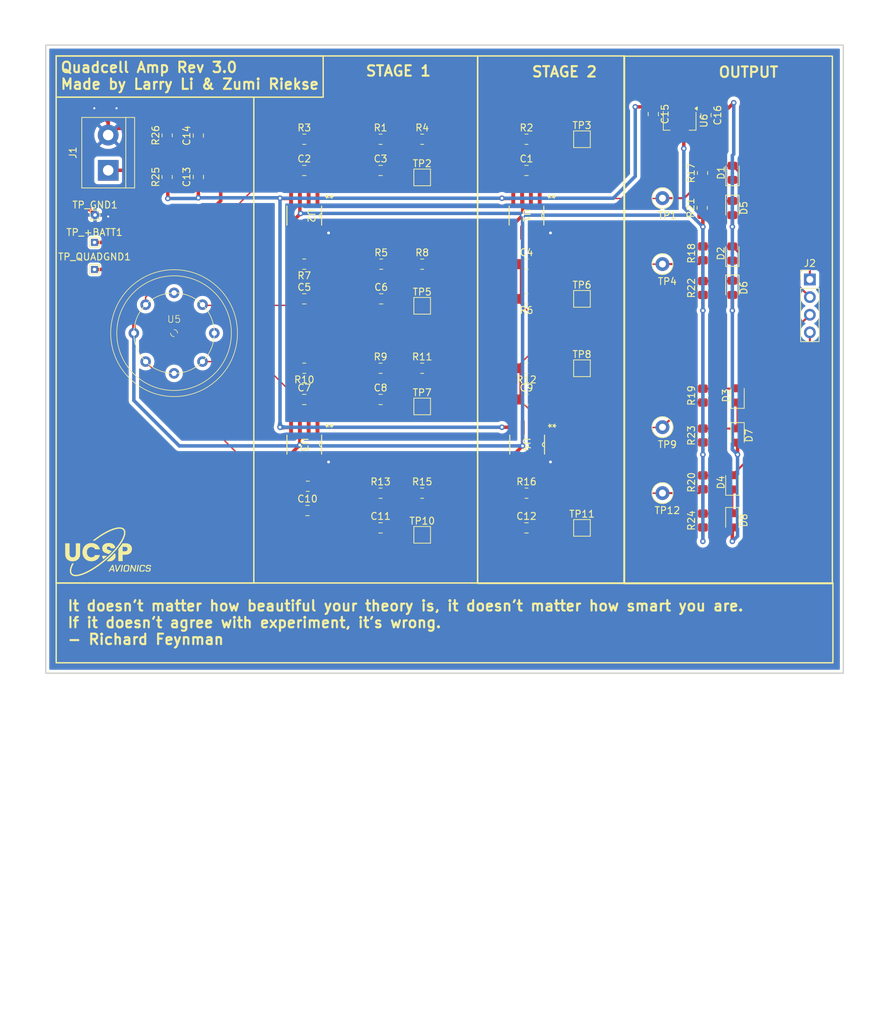
<source format=kicad_pcb>
(kicad_pcb (version 20240108) (generator "pcbnew") (generator_version "8.0")
  (layers (0 "F.Cu" signal) (31 "B.Cu" signal) (34 "B.Paste" user) (35 "F.Paste" user) (36 "B.SilkS" user "B.Silkscreen") (37 "F.SilkS" user "F.Silkscreen") (38 "B.Mask" user) (39 "F.Mask" user) (44 "Edge.Cuts" user))
  (net 0 "")
  (net 1 "/IN1")
  (net 2 "Net-(C3-Pad2)")
  (net 3 "/IN2")
  (net 4 "/IN3")
  (net 5 "Net-(U2-OUTA)")
  (net 6 "/IN4")
  (net 7 "/STAGE1_OUT1")
  (net 8 "/STAGE2_OUT1")
  (net 9 "/STAGE2_OUT2")
  (net 10 "/STAGE1_OUT2")
  (net 11 "/STAGE1_OUT3")
  (net 12 "/STAGE2_OUT3")
  (net 13 "/STAGE2_OUT4")
  (net 14 "/STAGE1_OUT4")
  (net 15 "Net-(U3-OUTA)")
  (net 16 "Net-(C6-Pad2)")
  (net 17 "Net-(C8-Pad2)")
  (net 18 "VCC")
  (net 19 "GND")
  (net 20 "QUAD_GND")
  (net 21 "/FOUT4")
  (net 22 "Net-(D1-K)")
  (net 23 "Net-(D2-K)")
  (net 24 "Net-(U2-OUTB)")
  (net 25 "/FOUT2")
  (net 26 "/FOUT3")
  (net 27 "Net-(D3-K)")
  (net 28 "Net-(D4-K)")
  (net 29 "/FOUT1")
  (net 30 "Net-(U3-OUTB)")
  (net 31 "Net-(C11-Pad2)")
  (net 35 "+3V3")
  (footprint "Resistor_SMD:R_0805_2012Metric_Pad1.20x1.40mm_HandSolder" (layer "F.Cu") (at 178.7 57.925 90)
    (property "Reference" "R17")
    (property "Value" "1 kΩ")
  )
  (footprint "TestPoint:TestPoint_Pad_2.0x2.0mm" (layer "F.Cu") (at 161.315 53.0625)
    (property "Reference" "TP3")
    (property "Value" "TestPoint")
  )
  (footprint "Diode_SMD:D_0805_2012Metric_Pad1.15x1.40mm_HandSolder" (layer "F.Cu") (at 183 102.5 90)
    (property "Reference" "D4")
    (property "Value" "~")
  )
  (footprint "Resistor_SMD:R_0805_2012Metric_Pad1.20x1.40mm_HandSolder" (layer "F.Cu") (at 132.275 86.0625)
    (property "Reference" "R9")
    (property "Value" "68.1 kΩ")
  )
  (footprint "TestPoint:TestPoint_Pad_2.0x2.0mm" (layer "F.Cu") (at 138.275 77.0625)
    (property "Reference" "TP5")
    (property "Value" "TestPoint")
  )
  (footprint "Capacitor_SMD:C_0805_2012Metric_Pad1.18x1.45mm_HandSolder" (layer "F.Cu") (at 153.315 57.5625)
    (property "Reference" "C1")
    (property "Value" "3 pf")
  )
  (footprint "Diode_SMD:D_0805_2012Metric_Pad1.15x1.40mm_HandSolder" (layer "F.Cu") (at 183 107.975 -90)
    (property "Reference" "D8")
    (property "Value" "~")
  )
  (footprint "Capacitor_SMD:C_0805_2012Metric_Pad1.18x1.45mm_HandSolder" (layer "F.Cu") (at 121.275 57.5625)
    (property "Reference" "C2")
    (property "Value" "5 pf")
  )
  (footprint "Capacitor_SMD:C_0805_2012Metric_Pad1.18x1.45mm_HandSolder" (layer "F.Cu") (at 153.315 71.0625)
    (property "Reference" "C4")
    (property "Value" "3 pf")
  )
  (footprint "OSI:InGaAS-Q1000" (layer "F.Cu") (at 102.5 81)
    (property "Reference" "U5")
    (property "Value" "~")
  )
  (footprint "TestPoint:TestPoint_Loop_D2.50mm_Drill1.0mm" (layer "F.Cu") (at 172.925 104.05)
    (property "Reference" "TP12")
    (property "Value" "OUTPUT")
  )
  (footprint "Resistor_SMD:R_0805_2012Metric_Pad1.20x1.40mm_HandSolder" (layer "F.Cu") (at 121.275 71.0625 180)
    (property "Reference" "R7")
    (property "Value" "100 MΩ")
  )
  (footprint "Capacitor_SMD:C_0805_2012Metric_Pad1.18x1.45mm_HandSolder" (layer "F.Cu") (at 106 52.5375 90)
    (property "Reference" "C14")
    (property "Value" "220µF")
  )
  (footprint "Diode_SMD:D_0805_2012Metric_Pad1.15x1.40mm_HandSolder" (layer "F.Cu") (at 183.75 95.75 -90)
    (property "Reference" "D7")
    (property "Value" "~")
  )
  (footprint "Resistor_SMD:R_0805_2012Metric_Pad1.20x1.40mm_HandSolder" (layer "F.Cu") (at 153.315 53.0625)
    (property "Reference" "R2")
    (property "Value" "15 MΩ")
  )
  (footprint "Resistor_SMD:R_0805_2012Metric_Pad1.20x1.40mm_HandSolder" (layer "F.Cu") (at 153.315 76.0625 180)
    (property "Reference" "R6")
    (property "Value" "15 MΩ")
  )
  (footprint "OPA1642:D8" (layer "F.Cu") (at 121.275 97.0625 -90)
    (property "Reference" "U3")
    (property "Value" "OPA1642AID")
  )
  (footprint "Resistor_SMD:R_0805_2012Metric_Pad1.20x1.40mm_HandSolder" (layer "F.Cu") (at 138.275 86.0625)
    (property "Reference" "R11")
    (property "Value" "38.1 kΩ")
  )
  (footprint "TestPoint:TestPoint_Loop_D2.50mm_Drill1.0mm" (layer "F.Cu") (at 172.925 94.55)
    (property "Reference" "TP9")
    (property "Value" "OUTPUT")
  )
  (footprint "Resistor_SMD:R_0805_2012Metric_Pad1.20x1.40mm_HandSolder" (layer "F.Cu") (at 153.315 86.0625 180)
    (property "Reference" "R12")
    (property "Value" "15 MΩ")
  )
  (footprint "Capacitor_SMD:C_0805_2012Metric_Pad1.18x1.45mm_HandSolder" (layer "F.Cu") (at 132.275 57.5625)
    (property "Reference" "C3")
    (property "Value" "330 pf")
  )
  (footprint "TerminalBlock:TerminalBlock_bornier-2_P5.08mm" (layer "F.Cu") (at 93 57.54 90)
    (property "Reference" "J1")
    (property "Value" "Screw_Terminal_01x02")
  )
  (footprint "Package_TO_SOT_SMD:SOT-89-3" (layer "F.Cu") (at 175.4 50.4 -90)
    (property "Reference" "U6")
    (property "Value" "L78L33_SOT89")
  )
  (footprint "Capacitor_SMD:C_0805_2012Metric_Pad1.18x1.45mm_HandSolder" (layer "F.Cu") (at 179.2 49.6 -90)
    (property "Reference" "C16")
    (property "Value" "0.1u")
  )
  (footprint "Capacitor_SMD:C_0805_2012Metric_Pad1.18x1.45mm_HandSolder" (layer "F.Cu") (at 171.6 49.4375 -90)
    (property "Reference" "C15")
    (property "Value" "0.33u")
  )
  (footprint "TestPoint:TestPoint_THTPad_1.0x1.0mm_Drill0.5mm" (layer "F.Cu") (at 91.025 71.825)
    (property "Reference" "TP_QUADGND1")
    (property "Value" "TestPoint")
  )
  (footprint "Resistor_SMD:R_0805_2012Metric_Pad1.20x1.40mm_HandSolder" (layer "F.Cu") (at 138.275 104.0625)
    (property "Reference" "R15")
    (property "Value" "38.1 kΩ")
  )
  (footprint "Resistor_SMD:R_0805_2012Metric_Pad1.20x1.40mm_HandSolder" (layer "F.Cu") (at 132.3625 71.0625)
    (property "Reference" "R5")
    (property "Value" "68.1 kΩ")
  )
  (footprint "OPA1642:D8" (layer "F.Cu") (at 121.275 64.0625 -90)
    (property "Reference" "U2")
    (property "Value" "OPA1642AID")
  )
  (footprint "Resistor_SMD:R_0805_2012Metric_Pad1.20x1.40mm_HandSolder" (layer "F.Cu") (at 138.275 71.0625)
    (property "Reference" "R8")
    (property "Value" "38.1 kΩ")
  )
  (footprint "Capacitor_SMD:C_0805_2012Metric_Pad1.18x1.45mm_HandSolder" (layer "F.Cu") (at 121.275 76.0625)
    (property "Reference" "C5")
    (property "Value" "5 pf")
  )
  (footprint "Resistor_SMD:R_0805_2012Metric_Pad1.20x1.40mm_HandSolder" (layer "F.Cu") (at 121.275 86.0625 180)
    (property "Reference" "R10")
    (property "Value" "100 MΩ")
  )
  (footprint "Resistor_SMD:R_0805_2012Metric_Pad1.20x1.40mm_HandSolder" (layer "F.Cu") (at 178.75 108 90)
    (property "Reference" "R24")
    (property "Value" "40 Ω")
  )
  (footprint "Diode_SMD:D_0805_2012Metric_Pad1.15x1.40mm_HandSolder" (layer "F.Cu") (at 183 74.475 -90)
    (property "Reference" "D6")
    (property "Value" "~")
  )
  (footprint "TestPoint:TestPoint_Pad_2.0x2.0mm" (layer "F.Cu") (at 138.275 58.5625)
    (property "Reference" "TP2")
    (property "Value" "TestPoint")
  )
  (footprint "Resistor_SMD:R_0805_2012Metric_Pad1.20x1.40mm_HandSolder" (layer "F.Cu") (at 178.75 69.5 90)
    (property "Reference" "R18")
    (property "Value" "1 kΩ")
  )
  (footprint "Resistor_SMD:R_0805_2012Metric_Pad1.20x1.40mm_HandSolder" (layer "F.Cu") (at 178.65 62.95 90)
    (property "Reference" "R21")
    (property "Value" "40 Ω")
  )
  (footprint "Diode_SMD:D_0805_2012Metric_Pad1.15x1.40mm_HandSolder" (layer "F.Cu") (at 183 62.975 -90)
    (property "Reference" "D5")
    (property "Value" "~")
  )
  (footprint "UCSP:UCSP_avionics_logo" (layer "F.Cu") (at 91.773233 112.533538)
    (property "Reference" "G***" (hide yes))
    (property "Value" "LOGO" (hide yes))
  )
  (footprint "Resistor_SMD:R_0805_2012Metric_Pad1.20x1.40mm_HandSolder" (layer "F.Cu") (at 178.75 74.5 90)
    (property "Reference" "R22")
    (property "Value" "40 Ω")
  )
  (footprint "Capacitor_SMD:C_0805_2012Metric_Pad1.18x1.45mm_HandSolder" (layer "F.Cu") (at 153.315 90.5625)
    (property "Reference" "C9")
    (property "Value" "3 pf")
  )
  (footprint "TestPoint:TestPoint_Pad_2.0x2.0mm" (layer "F.Cu") (at 138.275 91.5625)
    (property "Reference" "TP7")
    (property "Value" "TestPoint")
  )
  (footprint "Resistor_SMD:R_0805_2012Metric_Pad1.20x1.40mm_HandSolder" (layer "F.Cu") (at 132.275 53.0625)
    (property "Reference" "R1")
    (property "Value" "68.1 kΩ")
  )
  (footprint "TestPoint:TestPoint_THTPad_1.0x1.0mm_Drill0.5mm" (layer "F.Cu") (at 91.025 67.925)
    (property "Reference" "TP_+BATT1")
    (property "Value" "TestPoint")
  )
  (footprint "TestPoint:TestPoint_Pad_2.0x2.0mm" (layer "F.Cu") (at 138.275 110.0625)
    (property "Reference" "TP10")
    (property "Value" "TestPoint")
  )
  (footprint "TestPoint:TestPoint_Pad_2.0x2.0mm" (layer "F.Cu") (at 161.315 76.0625)
    (property "Reference" "TP6")
    (property "Value" "TestPoint")
  )
  (footprint "Resistor_SMD:R_0805_2012Metric_Pad1.20x1.40mm_HandSolder" (layer "F.Cu") (at 178.75 102.5 90)
    (property "Reference" "R20")
    (property "Value" "1 kΩ")
  )
  (footprint "TestPoint:TestPoint_THTPad_1.0x1.0mm_Drill0.5mm" (layer "F.Cu") (at 91.1 63.975)
    (property "Reference" "TP_GND1")
    (property "Value" "TestPoint")
  )
  (footprint "Capacitor_SMD:C_0805_2012Metric_Pad1.18x1.45mm_HandSolder" (layer "F.Cu") (at 132.275 109.0625)
    (property "Reference" "C11")
    (property "Value" "330 pf")
  )
  (footprint "TestPoint:TestPoint_Loop_D2.50mm_Drill1.0mm" (layer "F.Cu") (at 172.925 61.55)
    (property "Reference" "TP1")
    (property "Value" "OUTPUT")
  )
  (footprint "Capacitor_SMD:C_0805_2012Metric_Pad1.18x1.45mm_HandSolder" (layer "F.Cu") (at 153.315 109.0625)
    (property "Reference" "C12")
    (property "Value" "3 pf")
  )
  (footprint "Capacitor_SMD:C_0805_2012Metric_Pad1.18x1.45mm_HandSolder" (layer "F.Cu") (at 132.275 90.5625)
    (property "Reference" "C8")
    (property "Value" "330 pf")
  )
  (footprint "Resistor_SMD:R_0805_2012Metric_Pad1.20x1.40mm_HandSolder" (layer "F.Cu") (at 121.775 103.0625)
    (property "Reference" "R14" (hide yes))
    (property "Value" "100 MΩ")
  )
  (footprint "TestPoint:TestPoint_Loop_D2.50mm_Drill1.0mm" (layer "F.Cu") (at 172.925 71.05)
    (property "Reference" "TP4")
    (property "Value" "OUTPUT")
  )
  (footprint "Resistor_SMD:R_0805_2012Metric_Pad1.20x1.40mm_HandSolder" (layer "F.Cu") (at 132.275 104.0625)
    (property "Reference" "R13")
    (property "Value" "68.1 kΩ")
  )
  (footprint "TestPoint:TestPoint_Pad_2.0x2.0mm" (layer "F.Cu") (at 161.315 109.0625)
    (property "Reference" "TP11")
    (property "Value" "TestPoint")
  )
  (footprint "Capacitor_SMD:C_0805_2012Metric_Pad1.18x1.45mm_HandSolder" (layer "F.Cu") (at 121.275 90.5625)
    (property "Reference" "C7")
    (property "Value" "5 pf")
  )
  (footprint "Diode_SMD:D_0805_2012Metric_Pad1.15x1.40mm_HandSolder" (layer "F.Cu") (at 183.75 89.975 90)
    (property "Reference" "D3")
    (property "Value" "~")
  )
  (footprint "Resistor_SMD:R_0805_2012Metric_Pad1.20x1.40mm_HandSolder" (layer "F.Cu") (at 178.75 95.75 90)
    (property "Reference" "R23")
    (property "Value" "40 Ω")
  )
  (footprint "Resistor_SMD:R_0805_2012Metric_Pad1.20x1.40mm_HandSolder" (layer "F.Cu") (at 121.275 53.0625)
    (property "Reference" "R3")
    (property "Value" "100 MΩ")
  )
  (footprint "OPA1642:D8" (layer "F.Cu") (at 153.41 97.0625 -90)
    (property "Reference" "U4")
    (property "Value" "OPA1642AID")
  )
  (footprint "Diode_SMD:D_0805_2012Metric_Pad1.15x1.40mm_HandSolder" (layer "F.Cu") (at 183.025 57.9 90)
    (property "Reference" "D1")
    (property "Value" "~")
  )
  (footprint "Resistor_SMD:R_0805_2012Metric_Pad1.20x1.40mm_HandSolder" (layer "F.Cu") (at 153.315 104.0625)
    (property "Reference" "R16")
    (property "Value" "15 MΩ")
  )
  (footprint "Capacitor_SMD:C_0805_2012Metric_Pad1.18x1.45mm_HandSolder" (layer "F.Cu") (at 106 58.5 90)
    (property "Reference" "C13")
    (property "Value" "220µF")
  )
  (footprint "TestPoint:TestPoint_Pad_2.0x2.0mm" (layer "F.Cu") (at 161.315 86.0625)
    (property "Reference" "TP8")
    (property "Value" "TestPoint")
  )
  (footprint "Capacitor_SMD:C_0805_2012Metric_Pad1.18x1.45mm_HandSolder" (layer "F.Cu") (at 121.7375 106.5625)
    (property "Reference" "C10")
    (property "Value" "5 pf")
  )
  (footprint "Connector_PinHeader_2.54mm:PinHeader_1x04_P2.54mm_Vertical" (layer "F.Cu") (at 194.175 73.27)
    (property "Reference" "J2")
    (property "Value" "Conn_01x04_Pin")
  )
  (footprint "Resistor_SMD:R_0805_2012Metric_Pad1.20x1.40mm_HandSolder" (layer "F.Cu") (at 101.5 52.5 90)
    (property "Reference" "R26")
    (property "Value" "4.7k")
  )
  (footprint "Resistor_SMD:R_0805_2012Metric_Pad1.20x1.40mm_HandSolder" (layer "F.Cu") (at 138.275 53.0625)
    (property "Reference" "R4")
    (property "Value" "38.1 kΩ")
  )
  (footprint "Capacitor_SMD:C_0805_2012Metric_Pad1.18x1.45mm_HandSolder" (layer "F.Cu") (at 132.3625 76.0625)
    (property "Reference" "C6")
    (property "Value" "330 pf")
  )
  (footprint "OPA1642:D8" (layer "F.Cu") (at 153.315 64.0625 -90)
    (property "Reference" "U1")
    (property "Value" "OPA1642AID")
  )
  (footprint "Resistor_SMD:R_0805_2012Metric_Pad1.20x1.40mm_HandSolder" (layer "F.Cu") (at 101.5 58.5 90)
    (property "Reference" "R25")
    (property "Value" "4.7k")
  )
  (footprint "Resistor_SMD:R_0805_2012Metric_Pad1.20x1.40mm_HandSolder" (layer "F.Cu") (at 178.75 90 90)
    (property "Reference" "R19")
    (property "Value" "1 kΩ")
  )
  (footprint "Diode_SMD:D_0805_2012Metric_Pad1.15x1.40mm_HandSolder" (layer "F.Cu") (at 183 69.525 90)
    (property "Reference" "D2")
    (property "Value" "~")
  )
  (gr_rect (start 167.369693 41.088277) (end 197.419693 117.088277) (stroke (width 0.2)) (fill none) (layer "F.SilkS"))
  (gr_rect (start 85.5 41.0625) (end 124 47) (stroke (width 0.2)) (fill none) (layer "F.SilkS"))
  (gr_rect (start 85.5 47) (end 114 117) (stroke (width 0.2)) (fill none) (layer "F.SilkS"))
  (gr_rect (start 146.275 41.0625) (end 167.45 117.0625) (stroke (width 0.2)) (fill none) (layer "F.SilkS"))
  (gr_rect (start 85.5 117) (end 197.5 128.5) (stroke (width 0.2)) (fill none) (layer "F.SilkS"))
  (gr_rect (start 85.5 41.0625) (end 146.275 117) (stroke (width 0.2)) (fill none) (layer "F.SilkS"))
  (gr_rect (start 84 39.5) (end 199 130) (stroke (width 0.2)) (fill none) (layer "Edge.Cuts"))
  (gr_text "OUTPUT\n" (at 180.875 44.275 0) (layer "F.SilkS") (effects (font (size 1.5 1.5) (thickness 0.3) (bold yes)) (justify left bottom)))
  (gr_text "It doesn't matter how beautiful your theory is, it doesn't matter how smart you are.\nIf it doesn't agree with experiment, it's wrong.\n- Richard Feynman" (at 87 126 0) (layer "F.SilkS") (effects (font (size 1.5 1.5) (thickness 0.3) (bold yes)) (justify left bottom)))
  (gr_text "STAGE 1" (at 130 44.1 0) (layer "F.SilkS") (effects (font (size 1.5 1.5) (thickness 0.3) (bold yes)) (justify left bottom)))
  (gr_text "Quadcell Amp Rev 3.0\nMade by Larry Li & Zumi Riekse" (at 86 46 0) (layer "F.SilkS") (effects (font (size 1.5 1.5) (thickness 0.3) (bold yes)) (justify left bottom)))
  (gr_text "STAGE 2" (at 153.95 44.225 0) (layer "F.SilkS") (effects (font (size 1.5 1.5) (thickness 0.3) (bold yes)) (justify left bottom)))
  (segment (start 120.2375 57.5625) (end 117.860062 57.5625) (width 0.2) (layer "F.Cu") (net 1))
  (segment (start 116.657432 57.5625) (end 117.860062 57.5625) (width 0.2) (layer "F.Cu") (net 1))
  (segment (start 98.398781 75.821151) (end 116.657432 57.5625) (width 0.2) (layer "F.Cu") (net 1))
  (segment (start 120.4125 57.5625) (end 120.4125 57.925) (width 0.2) (layer "F.Cu") (net 1))
  (segment (start 119.725 53.0625) (end 119.725 56.875) (width 0.2) (layer "F.Cu") (net 1))
  (segment (start 120.4125 57.925) (end 121.91 59.4225) (width 0.2) (layer "F.Cu") (net 1))
  (segment (start 119.725 56.875) (end 120.4125 57.5625) (width 0.2) (layer "F.Cu") (net 1))
  (segment (start 98.398781 76.898781) (end 98.398781 75.821151) (width 0.2) (layer "F.Cu") (net 1))
  (segment (start 121.91 59.4225) (end 121.91 61.5987) (width 0.2) (layer "F.Cu") (net 1))
  (segment (start 133.3125 58.025) (end 133.175 58.1625) (width 0.2) (layer "F.Cu") (net 2))
  (segment (start 133.1875 57.5125) (end 133.1375 57.5625) (width 0.2) (layer "F.Cu") (net 2))
  (segment (start 133.1875 53.0625) (end 133.1875 57.5125) (width 0.2) (layer "F.Cu") (net 2))
  (segment (start 133.3125 57.5625) (end 133.3125 58.025) (width 0.2) (layer "F.Cu") (net 2))
  (segment (start 137.3625 53.0625) (end 133.1875 53.0625) (width 0.2) (layer "F.Cu") (net 2))
  (segment (start 120.64 70.1475) (end 120.64 66.5263) (width 0.2) (layer "F.Cu") (net 3))
  (segment (start 119.475 77) (end 120.4125 76.0625) (width 0.2) (layer "F.Cu") (net 3))
  (segment (start 119.725 71.1125) (end 119.725 71.0625) (width 0.2) (layer "F.Cu") (net 3))
  (segment (start 106.8 77) (end 119.475 77) (width 0.2) (layer "F.Cu") (net 3))
  (segment (start 120.4125 71.8) (end 119.725 71.1125) (width 0.2) (layer "F.Cu") (net 3))
  (segment (start 106.698781 76.898781) (end 106.8 77) (width 0.2) (layer "F.Cu") (net 3))
  (segment (start 119.725 71.0625) (end 120.64 70.1475) (width 0.2) (layer "F.Cu") (net 3))
  (segment (start 106.601219 76.898781) (end 106.698781 76.898781) (width 0.2) (layer "F.Cu") (net 3))
  (segment (start 120.4125 76.0625) (end 120.4125 71.8) (width 0.2) (layer "F.Cu") (net 3))
  (segment (start 120.4125 90.5625) (end 121.91 92.06) (width 0.2) (layer "F.Cu") (net 4))
  (segment (start 119.725 89.875) (end 120.4125 90.5625) (width 0.2) (layer "F.Cu") (net 4))
  (segment (start 114.951219 85.101219) (end 120.4125 90.5625) (width 0.2) (layer "F.Cu") (net 4))
  (segment (start 119.725 86.0625) (end 119.725 89.875) (width 0.2) (layer "F.Cu") (net 4))
  (segment (start 121.91 92.06) (end 121.91 94.5987) (width 0.2) (layer "F.Cu") (net 4))
  (segment (start 106.601219 85.101219) (end 114.951219 85.101219) (width 0.2) (layer "F.Cu") (net 4))
  (segment (start 122.1375 57.5625) (end 122.1375 57.925) (width 0.2) (layer "F.Cu") (net 5))
  (segment (start 137.275 59.5625) (end 138.275 58.5625) (width 0.2) (layer "F.Cu") (net 5))
  (segment (start 131.3625 53.0625) (end 131.3625 57.5125) (width 0.2) (layer "F.Cu") (net 5))
  (segment (start 131.2375 58.525) (end 132.275 59.5625) (width 0.2) (layer "F.Cu") (net 5))
  (segment (start 122.1375 57.925) (end 123.18 58.9675) (width 0.2) (layer "F.Cu") (net 5))
  (segment (start 122.825 53.0625) (end 122.825 56.875) (width 0.2) (layer "F.Cu") (net 5))
  (segment (start 123.18 58.9675) (end 123.18 61.5987) (width 0.2) (layer "F.Cu") (net 5))
  (segment (start 131.4125 57.5625) (end 122.1375 57.5625) (width 0.2) (layer "F.Cu") (net 5))
  (segment (start 131.3625 57.5125) (end 131.4125 57.5625) (width 0.2) (layer "F.Cu") (net 5))
  (segment (start 131.2375 57.5625) (end 131.2375 58.525) (width 0.2) (layer "F.Cu") (net 5))
  (segment (start 122.825 56.875) (end 122.1375 57.5625) (width 0.2) (layer "F.Cu") (net 5))
  (segment (start 132.275 59.5625) (end 137.275 59.5625) (width 0.2) (layer "F.Cu") (net 5))
  (segment (start 120.64 99.5263) (end 120.64 102.9275) (width 0.2) (layer "F.Cu") (net 6))
  (segment (start 120.64 102.9275) (end 120.775 103.0625) (width 0.2) (layer "F.Cu") (net 6))
  (segment (start 116.360062 103.0625) (end 98.398781 85.101219) (width 0.2) (layer "F.Cu") (net 6))
  (segment (start 120.64 100.1263) (end 120.64 99.5263) (width 0.2) (layer "F.Cu") (net 6))
  (segment (start 120.7 103.1375) (end 120.775 103.0625) (width 0.2) (layer "F.Cu") (net 6))
  (segment (start 120.7 106.5625) (end 120.7 103.1375) (width 0.2) (layer "F.Cu") (net 6))
  (segment (start 120.775 103.0625) (end 116.360062 103.0625) (width 0.2) (layer "F.Cu") (net 6))
  (segment (start 153.275 51.0625) (end 159.315 51.0625) (width 0.2) (layer "F.Cu") (net 7))
  (segment (start 152.4025 57.5125) (end 152.4525 57.5625) (width 0.2) (layer "F.Cu") (net 7))
  (segment (start 152.4525 57.5625) (end 152.4525 57.74) (width 0.2) (layer "F.Cu") (net 7))
  (segment (start 152.4025 53.0625) (end 152.4025 57.5125) (width 0.2) (layer "F.Cu") (net 7))
  (segment (start 152.315 53.0625) (end 152.315 52.0225) (width 0.2) (layer "F.Cu") (net 7))
  (segment (start 139.1875 53.0625) (end 152.4025 53.0625) (width 0.2) (layer "F.Cu") (net 7))
  (segment (start 152.315 52.0225) (end 153.275 51.0625) (width 0.2) (layer "F.Cu") (net 7))
  (segment (start 159.315 51.0625) (end 161.315 53.0625) (width 0.2) (layer "F.Cu") (net 7))
  (segment (start 152.4525 57.74) (end 153.95 59.2375) (width 0.2) (layer "F.Cu") (net 7))
  (segment (start 153.95 59.2375) (end 153.95 61.5987) (width 0.2) (layer "F.Cu") (net 7))
  (segment (start 155.22 59.0075) (end 155.22 61.5987) (width 0.2) (layer "F.Cu") (net 8))
  (segment (start 176.075 61.55) (end 178.7 58.925) (width 0.3) (layer "F.Cu") (net 8))
  (segment (start 155.22 61.5987) (end 172.8763 61.5987) (width 0.2) (layer "F.Cu") (net 8))
  (segment (start 155.2562 61.5625) (end 155.22 61.5987) (width 0.2) (layer "F.Cu") (net 8))
  (segment (start 154.2275 53.0625) (end 154.2275 57.5125) (width 0.2) (layer "F.Cu") (net 8))
  (segment (start 172.8763 61.5987) (end 172.925 61.55) (width 0.2) (layer "F.Cu") (net 8))
  (segment (start 154.2275 57.5125) (end 154.1775 57.5625) (width 0.2) (layer "F.Cu") (net 8))
  (segment (start 172.925 61.55) (end 176.075 61.55) (width 0.3) (layer "F.Cu") (net 8))
  (segment (start 154.1775 57.965) (end 155.22 59.0075) (width 0.2) (layer "F.Cu") (net 8))
  (segment (start 154.1775 57.5625) (end 154.1775 57.965) (width 0.2) (layer "F.Cu") (net 8))
  (segment (start 154.3525 71.0625) (end 172.9125 71.0625) (width 0.2) (layer "F.Cu") (net 9))
  (segment (start 153.95 66.5263) (end 153.95 70.835) (width 0.2) (layer "F.Cu") (net 9))
  (segment (start 154.1775 71.0625) (end 154.1775 76.0125) (width 0.2) (layer "F.Cu") (net 9))
  (segment (start 172.9125 71.0625) (end 172.925 71.05) (width 0.2) (layer "F.Cu") (net 9))
  (segment (start 153.95 70.835) (end 154.1775 71.0625) (width 0.2) (layer "F.Cu") (net 9))
  (segment (start 172.925 71.05) (end 178.2 71.05) (width 0.3) (layer "F.Cu") (net 9))
  (segment (start 178.2 71.05) (end 178.75 70.5) (width 0.3) (layer "F.Cu") (net 9))
  (segment (start 154.1775 76.0125) (end 154.2275 76.0625) (width 0.2) (layer "F.Cu") (net 9))
  (segment (start 139.1875 71.0625) (end 152.4525 71.0625) (width 0.2) (layer "F.Cu") (net 10))
  (segment (start 152.68 66.5263) (end 152.68 70.835) (width 0.2) (layer "F.Cu") (net 10))
  (segment (start 152.315 76.6025) (end 153.775 78.0625) (width 0.2) (layer "F.Cu") (net 10))
  (segment (start 159.315 78.0625) (end 161.315 76.0625) (width 0.2) (layer "F.Cu") (net 10))
  (segment (start 152.4525 76.0125) (end 152.4025 76.0625) (width 0.2) (layer "F.Cu") (net 10))
  (segment (start 152.68 70.835) (end 152.4525 71.0625) (width 0.2) (layer "F.Cu") (net 10))
  (segment (start 152.315 76.0625) (end 152.315 76.6025) (width 0.2) (layer "F.Cu") (net 10))
  (segment (start 153.775 78.0625) (end 159.315 78.0625) (width 0.2) (layer "F.Cu") (net 10))
  (segment (start 152.4525 71.0625) (end 152.4525 76.0125) (width 0.2) (layer "F.Cu") (net 10))
  (segment (start 152.4525 90.5625) (end 152.4525 90.74) (width 0.2) (layer "F.Cu") (net 11))
  (segment (start 152.315 85.5225) (end 153.775 84.0625) (width 0.2) (layer "F.Cu") (net 11))
  (segment (start 154.045 92.3325) (end 154.045 94.5987) (width 0.2) (layer "F.Cu") (net 11))
  (segment (start 152.4025 90.5125) (end 152.4525 90.5625) (width 0.2) (layer "F.Cu") (net 11))
  (segment (start 152.4525 90.74) (end 154.045 92.3325) (width 0.2) (layer "F.Cu") (net 11))
  (segment (start 153.775 84.0625) (end 159.315 84.0625) (width 0.2) (layer "F.Cu") (net 11))
  (segment (start 152.315 86.0625) (end 152.315 85.5225) (width 0.2) (layer "F.Cu") (net 11))
  (segment (start 139.1875 86.0625) (end 152.4025 86.0625) (width 0.2) (layer "F.Cu") (net 11))
  (segment (start 152.4025 86.0625) (end 152.4025 90.5125) (width 0.2) (layer "F.Cu") (net 11))
  (segment (start 159.315 84.0625) (end 161.315 86.0625) (width 0.2) (layer "F.Cu") (net 11))
  (segment (start 155.315 92.1025) (end 155.315 94.5987) (width 0.2) (layer "F.Cu") (net 12))
  (segment (start 172.925 94.55) (end 176.475 91) (width 0.3) (layer "F.Cu") (net 12))
  (segment (start 154.2275 90.5125) (end 154.1775 90.5625) (width 0.2) (layer "F.Cu") (net 12))
  (segment (start 154.2275 86.0625) (end 154.2275 90.5125) (width 0.2) (layer "F.Cu") (net 12))
  (segment (start 155.3512 94.5625) (end 155.315 94.5987) (width 0.2) (layer "F.Cu") (net 12))
  (segment (start 154.1775 90.5625) (end 154.1775 90.965) (width 0.2) (layer "F.Cu") (net 12))
  (segment (start 176.475 91) (end 178.75 91) (width 0.3) (layer "F.Cu") (net 12))
  (segment (start 154.1775 90.965) (end 155.315 92.1025) (width 0.2) (layer "F.Cu") (net 12))
  (segment (start 155.315 94.5987) (end 172.8763 94.5987) (width 0.2) (layer "F.Cu") (net 12))
  (segment (start 172.8763 94.5987) (end 172.925 94.55) (width 0.2) (layer "F.Cu") (net 12))
  (segment (start 172.9125 104.0625) (end 172.925 104.05) (width 0.2) (layer "F.Cu") (net 13))
  (segment (start 172.925 104.05) (end 178.2 104.05) (width 0.3) (layer "F.Cu") (net 13))
  (segment (start 154.2275 109.0125) (end 154.1775 109.0625) (width 0.2) (layer "F.Cu") (net 13))
  (segment (start 154.2275 104.0625) (end 154.2275 109.0125) (width 0.2) (layer "F.Cu") (net 13))
  (segment (start 154.045 99.5263) (end 154.045 103.88) (width 0.2) (layer "F.Cu") (net 13))
  (segment (start 178.2 104.05) (end 178.75 103.5) (width 0.3) (layer "F.Cu") (net 13))
  (segment (start 154.045 103.88) (end 154.2275 104.0625) (width 0.2) (layer "F.Cu") (net 13))
  (segment (start 154.315 104.0625) (end 172.9125 104.0625) (width 0.2) (layer "F.Cu") (net 13))
  (segment (start 152.2775 109.0625) (end 152.2775 110.065) (width 0.2) (layer "F.Cu") (net 14))
  (segment (start 152.2775 110.065) (end 153.275 111.0625) (width 0.2) (layer "F.Cu") (net 14))
  (segment (start 159.315 111.0625) (end 161.315 109.0625) (width 0.2) (layer "F.Cu") (net 14))
  (segment (start 139.1875 104.0625) (end 152.4025 104.0625) (width 0.2) (layer "F.Cu") (net 14))
  (segment (start 152.775 99.5263) (end 152.775 103.69) (width 0.2) (layer "F.Cu") (net 14))
  (segment (start 152.4525 104.1125) (end 152.4025 104.0625) (width 0.2) (layer "F.Cu") (net 14))
  (segment (start 152.4525 109.0625) (end 152.4525 104.1125) (width 0.2) (layer "F.Cu") (net 14))
  (segment (start 153.275 111.0625) (end 159.315 111.0625) (width 0.2) (layer "F.Cu") (net 14))
  (segment (start 152.775 103.69) (end 152.4025 104.0625) (width 0.2) (layer "F.Cu") (net 14))
  (segment (start 138.275 91.5625) (end 137.275 92.5625) (width 0.2) (layer "F.Cu") (net 15))
  (segment (start 123.18 91.9675) (end 123.18 94.5987) (width 0.2) (layer "F.Cu") (net 15))
  (segment (start 131.3625 86.0625) (end 131.3625 90.5125) (width 0.2) (layer "F.Cu") (net 15))
  (segment (start 132.775 92.5625) (end 131.4125 91.2) (width 0.2) (layer "F.Cu") (net 15))
  (segment (start 122.1375 90.5625) (end 122.1375 90.925) (width 0.2) (layer "F.Cu") (net 15))
  (segment (start 131.3625 90.5125) (end 131.4125 90.5625) (width 0.2) (layer "F.Cu") (net 15))
  (segment (start 122.825 86.0625) (end 122.825 89.875) (width 0.2) (layer "F.Cu") (net 15))
  (segment (start 137.275 92.5625) (end 132.775 92.5625) (width 0.2) (layer "F.Cu") (net 15))
  (segment (start 131.4125 91.2) (end 131.4125 90.5625) (width 0.2) (layer "F.Cu") (net 15))
  (segment (start 122.825 89.875) (end 122.1375 90.5625) (width 0.2) (layer "F.Cu") (net 15))
  (segment (start 122.1375 90.925) (end 123.18 91.9675) (width 0.2) (layer "F.Cu") (net 15))
  (segment (start 131.4125 90.5625) (end 122.1375 90.5625) (width 0.2) (layer "F.Cu") (net 15))
  (segment (start 137.3625 71.0625) (end 133.275 71.0625) (width 0.2) (layer "F.Cu") (net 16))
  (segment (start 133.225 71.1125) (end 133.275 71.0625) (width 0.2) (layer "F.Cu") (net 16))
  (segment (start 133.225 76.0625) (end 133.225 71.1125) (width 0.2) (layer "F.Cu") (net 16))
  (segment (start 133.1875 86.0625) (end 133.1875 90.5125) (width 0.2) (layer "F.Cu") (net 17))
  (segment (start 137.3625 86.0625) (end 133.1875 86.0625) (width 0.2) (layer "F.Cu") (net 17))
  (segment (start 133.1875 90.5125) (end 133.1375 90.5625) (width 0.2) (layer "F.Cu") (net 17))
  (segment (start 171.6 48.4) (end 169 48.4) (width 0.5) (layer "F.Cu") (net 18))
  (segment (start 119.37 60.9987) (end 119.37 61.5987) (width 0.2) (layer "F.Cu") (net 18))
  (segment (start 101.6 59.6) (end 101.5 59.5) (width 0.5) (layer "F.Cu") (net 18))
  (segment (start 151.4688 94.5625) (end 151.505 94.5987) (width 0.5) (layer "F.Cu") (net 18))
  (segment (start 91.025 67.925) (end 93.075 67.925) (width 0.5) (layer "F.Cu") (net 18))
  (segment (start 117.8112 61.5987) (end 117.775 61.5625) (width 0.5) (layer "F.Cu") (net 18))
  (segment (start 149.775 94.5625) (end 151.4688 94.5625) (width 0.5) (layer "F.Cu") (net 18))
  (segment (start 119.37 94.5987) (end 117.8112 94.5987) (width 0.5) (layer "F.Cu") (net 18))
  (segment (start 101.6 61.6) (end 101.6 59.6) (width 0.5) (layer "F.Cu") (net 18))
  (segment (start 93 57.54) (end 99.54 57.54) (width 0.5) (layer "F.Cu") (net 18))
  (segment (start 149.8112 94.5987) (end 149.775 94.5625) (width 0.2) (layer "F.Cu") (net 18))
  (segment (start 105.9625 59.5) (end 106 59.5375) (width 0.5) (layer "F.Cu") (net 18))
  (segment (start 119.37 61.5987) (end 117.8112 61.5987) (width 0.5) (layer "F.Cu") (net 18))
  (segment (start 99.54 57.54) (end 101.5 59.5) (width 0.5) (layer "F.Cu") (net 18))
  (segment (start 93.075 67.925) (end 101.5 59.5) (width 0.5) (layer "F.Cu") (net 18))
  (segment (start 151.41 61.5987) (end 149.8112 61.5987) (width 0.5) (layer "F.Cu") (net 18))
  (segment (start 106 61.5) (end 106 59.5375) (width 0.5) (layer "F.Cu") (net 18))
  (segment (start 171.6 48.4) (end 173.85 48.4) (width 0.5) (layer "F.Cu") (net 18))
  (segment (start 173.85 48.4) (end 173.9 48.45) (width 0.5) (layer "F.Cu") (net 18))
  (segment (start 117.8112 94.5987) (end 117.775 94.5625) (width 0.5) (layer "F.Cu") (net 18))
  (segment (start 119.37 93.9987) (end 119.37 94.5987) (width 0.2) (layer "F.Cu") (net 18))
  (segment (start 149.8112 61.5987) (end 149.775 61.5625) (width 0.5) (layer "F.Cu") (net 18))
  (segment (start 101.5 59.5) (end 105.9625 59.5) (width 0.5) (layer "F.Cu") (net 18))
  (via (at 149.775 61.5625) (size 0.8) (drill 0.4) (layers "F.Cu" "B.Cu") (net 18))
  (via (at 169 48.4) (size 0.8) (drill 0.4) (layers "F.Cu" "B.Cu") (net 18))
  (via (at 149.775 94.5625) (size 0.8) (drill 0.4) (layers "F.Cu" "B.Cu") (net 18))
  (via (at 106 61.5) (size 0.8) (drill 0.4) (layers "F.Cu" "B.Cu") (net 18))
  (via (at 117.775 61.5625) (size 0.8) (drill 0.4) (layers "F.Cu" "B.Cu") (net 18))
  (via (at 117.775 94.5625) (size 0.8) (drill 0.4) (layers "F.Cu" "B.Cu") (net 18))
  (via (at 101.6 61.6) (size 0.8) (drill 0.4) (layers "F.Cu" "B.Cu") (net 18))
  (segment (start 169 58.4) (end 165.8375 61.5625) (width 0.5) (layer "B.Cu") (net 18))
  (segment (start 117.775 61.5625) (end 117.775 94.5625) (width 0.5) (layer "B.Cu") (net 18))
  (segment (start 117.7125 61.5) (end 117.775 61.5625) (width 0.5) (layer "B.Cu") (net 18))
  (segment (start 169 48.4) (end 169 58.4) (width 0.5) (layer "B.Cu") (net 18))
  (segment (start 117.775 94.5625) (end 149.775 94.5625) (width 0.5) (layer "B.Cu") (net 18))
  (segment (start 165.8375 61.5625) (end 149.775 61.5625) (width 0.5) (layer "B.Cu") (net 18))
  (segment (start 106 61.5) (end 117.7125 61.5) (width 0.5) (layer "B.Cu") (net 18))
  (segment (start 101.6 61.6) (end 105.9 61.6) (width 0.5) (layer "B.Cu") (net 18))
  (segment (start 105.9 61.6) (end 106 61.5) (width 0.5) (layer "B.Cu") (net 18))
  (segment (start 117.775 61.5625) (end 149.775 61.5625) (width 0.5) (layer "B.Cu") (net 18))
  (segment (start 155.22 66.5263) (end 156.7388 66.5263) (width 0.5) (layer "F.Cu") (net 19))
  (segment (start 123.18 66.5263) (end 124.7388 66.5263) (width 0.5) (layer "F.Cu") (net 19))
  (segment (start 156.7388 66.5263) (end 156.775 66.5625) (width 0.5) (layer "F.Cu") (net 19))
  (segment (start 106 51.5) (end 101.5 51.5) (width 0.5) (layer "F.Cu") (net 19))
  (segment (start 156.7388 99.5263) (end 156.775 99.5625) (width 0.5) (layer "F.Cu") (net 19))
  (segment (start 155.315 99.5263) (end 156.7388 99.5263) (width 0.5) (layer "F.Cu") (net 19))
  (segment (start 93.96 51.5) (end 93 52.46) (width 0.5) (layer "F.Cu") (net 19))
  (segment (start 124.7388 99.5263) (end 124.775 99.5625) (width 0.5) (layer "F.Cu") (net 19))
  (segment (start 90.05 55.41) (end 90.05 62.925) (width 0.5) (layer "F.Cu") (net 19))
  (segment (start 93 52.46) (end 90.05 55.41) (width 0.5) (layer "F.Cu") (net 19))
  (segment (start 155.2562 66.5625) (end 155.22 66.5263) (width 0.2) (layer "F.Cu") (net 19))
  (segment (start 93 52.46) (end 93 50.6) (width 0.5) (layer "F.Cu") (net 19))
  (segment (start 90.05 62.925) (end 91.1 63.975) (width 0.5) (layer "F.Cu") (net 19))
  (segment (start 123.2162 66.5625) (end 123.18 66.5263) (width 0.2) (layer "F.Cu") (net 19))
  (segment (start 92.775 63.975) (end 93 64.2) (width 0.5) (layer "F.Cu") (net 19))
  (segment (start 93 49.8) (end 94.2 48.6) (width 0.5) (layer "F.Cu") (net 19))
  (segment (start 101.5 51.5) (end 93.96 51.5) (width 0.5) (layer "F.Cu") (net 19))
  (segment (start 124.7388 66.5263) (end 124.775 66.5625) (width 0.5) (layer "F.Cu") (net 19))
  (segment (start 123.2162 99.5625) (end 123.18 99.5263) (width 0.2) (layer "F.Cu") (net 19))
  (segment (start 93 50.6) (end 91 48.6) (width 0.5) (layer "F.Cu") (net 19))
  (segment (start 93 52.46) (end 93 49.8) (width 0.5) (layer "F.Cu") (net 19))
  (segment (start 123.18 99.5263) (end 124.7388 99.5263) (width 0.5) (layer "F.Cu") (net 19))
  (segment (start 155.3512 99.5625) (end 155.315 99.5263) (width 0.2) (layer "F.Cu") (net 19))
  (segment (start 91.1 63.975) (end 92.775 63.975) (width 0.5) (layer "F.Cu") (net 19))
  (via (at 124.775 66.5625) (size 0.8) (drill 0.4) (layers "F.Cu" "B.Cu") (net 19))
  (via (at 156.775 66.5625) (size 0.8) (drill 0.4) (layers "F.Cu" "B.Cu") (net 19))
  (via (at 156.775 99.5625) (size 0.8) (drill 0.4) (layers "F.Cu" "B.Cu") (net 19))
  (via (at 91 48.6) (size 0.6) (drill 0.3) (layers "F.Cu" "B.Cu") (net 19))
  (via (at 94.2 48.6) (size 0.6) (drill 0.3) (layers "F.Cu" "B.Cu") (net 19))
  (via (at 124.775 99.5625) (size 0.8) (drill 0.4) (layers "F.Cu" "B.Cu") (net 19))
  (via (at 93 64.2) (size 0.6) (drill 0.3) (layers "F.Cu" "B.Cu") (net 19))
  (segment (start 101.575 53.575) (end 101.5 53.5) (width 0.5) (layer "F.Cu") (net 20))
  (segment (start 151.505 99.5263) (end 151.505 98.495) (width 0.5) (layer "F.Cu") (net 20))
  (segment (start 119.37 99.5263) (end 119.37 98.38) (width 0.5) (layer "F.Cu") (net 20))
  (segment (start 119.37 66.9901) (end 119.37 66.2789) (width 0.2) (layer "F.Cu") (net 20))
  (segment (start 119.37 66.5263) (end 119.37 65.8151) (width 0.2) (layer "F.Cu") (net 20))
  (segment (start 176 54.4) (end 176 49.1375) (width 0.5) (layer "F.Cu") (net 20))
  (segment (start 120.64 61.5987) (end 120.64 63.64) (width 0.5) (layer "F.Cu") (net 20))
  (segment (start 91.025 71.825) (end 93.875 71.825) (width 0.5) (layer "F.Cu") (net 20))
  (segment (start 152.68 64.095) (end 152.775 64) (width 0.2) (layer "F.Cu") (net 20))
  (segment (start 151.41 66.5263) (end 151.41 65.365) (width 0.5) (layer "F.Cu") (net 20))
  (segment (start 178.75 65.675) (end 178.75 64.05) (width 0.5) (layer "F.Cu") (net 20))
  (segment (start 176 49.1375) (end 175.4 48.5375) (width 0.5) (layer "F.Cu") (net 20))
  (segment (start 152.75 97.25) (end 152.75 94.6237) (width 0.5) (layer "F.Cu") (net 20))
  (segment (start 152.775 61.6937) (end 152.68 61.5987) (width 0.5) (layer "F.Cu") (net 20))
  (segment (start 178.75 64.05) (end 178.65 63.95) (width 0.5) (layer "F.Cu") (net 20))
  (segment (start 151.41 66.5263) (end 151.41 65.8151) (width 0.2) (layer "F.Cu") (net 20))
  (segment (start 151.505 98.495) (end 152.75 97.25) (width 0.5) (layer "F.Cu") (net 20))
  (segment (start 101.5 53.5) (end 101.5 57.5) (width 0.5) (layer "F.Cu") (net 20))
  (segment (start 106 57.4625) (end 108.2875 57.4625) (width 0.5) (layer "F.Cu") (net 20))
  (segment (start 120.625 94.6137) (end 120.64 94.5987) (width 0.5) (layer "F.Cu") (net 20))
  (segment (start 120.64 63.64) (end 120.75 63.75) (width 0.5) (layer "F.Cu") (net 20))
  (segment (start 175.4 48.5375) (end 175.4 48.560828) (width 0.5) (layer "F.Cu") (net 20))
  (segment (start 105.9625 57.5) (end 106 57.4625) (width 0.5) (layer "F.Cu") (net 20))
  (segment (start 120.64 63.86) (end 120.75 63.75) (width 0.2) (layer "F.Cu") (net 20))
  (segment (start 119.37 65.13) (end 120.75 63.75) (width 0.5) (layer "F.Cu") (net 20))
  (segment (start 96.7 74.45) (end 96.7 74.65) (width 0.5) (layer "F.Cu") (net 20))
  (segment (start 151.505 100.0625) (end 151.505 98.8325) (width 0.2) (layer "F.Cu") (net 20))
  (segment (start 93.875 71.825) (end 96.7 74.65) (width 0.5) (layer "F.Cu") (net 20))
  (segment (start 152.775 64) (end 152.775 61.6937) (width 0.5) (layer "F.Cu") (net 20))
  (segment (start 119.37 66.5263) (end 119.37 65.13) (width 0.5) (layer "F.Cu") (net 20))
  (segment (start 120.625 97.125) (end 120.625 94.6137) (width 0.5) (layer "F.Cu") (net 20))
  (segment (start 178.75 98.5) (end 178.75 96.75) (width 0.5) (layer "F.Cu") (net 20))
  (segment (start 106 53.575) (end 101.575 53.575) (width 0.5) (layer "F.Cu") (net 20))
  (segment (start 109.225 58.4) (end 109.225 61.925) (width 0.5) (layer "F.Cu") (net 20))
  (segment (start 179.2 50.6375) (end 177.476672 50.6375) (width 0.5) (layer "F.Cu") (net 20))
  (segment (start 152.75 94.6237) (end 152.775 94.5987) (width 0.5) (layer "F.Cu") (net 20))
  (segment (start 108.2875 57.4625) (end 109.225 58.4) (width 0.5) (layer "F.Cu") (net 20))
  (segment (start 101.5 57.5) (end 105.9625 57.5) (width 0.5) (layer "F.Cu") (net 20))
  (segment (start 96.7 74.65) (end 96.7 81) (width 0.5) (layer "F.Cu") (net 20))
  (segment (start 109.225 61.925) (end 96.7 74.45) (width 0.5) (layer "F.Cu") (net 20))
  (segment (start 178.75 111) (end 178.75 109) (width 0.5) (layer "F.Cu") (net 20))
  (segment (start 173.485828 50.475) (end 171.6 50.475) (width 0.5) (layer "F.Cu") (net 20))
  (segment (start 119.37 99.5263) (end 119.37 98.9675) (width 0.2) (layer "F.Cu") (net 20))
  (segment (start 178.75 77.75) (end 178.75 75.5) (width 0.5) (layer "F.Cu") (net 20))
  (segment (start 119.37 98.38) (end 120.625 97.125) (width 0.5) (layer "F.Cu") (net 20))
  (segment (start 151.41 65.365) (end 152.775 64) (width 0.5) (layer "F.Cu") (net 20))
  (segment (start 177.476672 50.6375) (end 175.4 48.560828) (width 0.5) (layer "F.Cu") (net 20))
  (segment (start 119.37 100.0263) (end 119.37 99.3151) (width 0.2) (layer "F.Cu") (net 20))
  (segment (start 175.4 48.560828) (end 173.485828 50.475) (width 0.5) (layer "F.Cu") (net 20))
  (segment (start 106 57.4625) (end 106 53.575) (width 0.5) (layer "F.Cu") (net 20))
  (via (at 120.625 97.125) (size 0.8) (drill 0.4) (layers "F.Cu" "B.Cu") (net 20))
  (via (at 178.75 98.5) (size 0.8) (drill 0.4) (layers "F.Cu" "B.Cu") (net 20))
  (via (at 178.75 65.675) (size 0.8) (drill 0.4) (layers "F.Cu" "B.Cu") (net 20))
  (via (at 176 54.4) (size 0.8) (drill 0.4) (layers "F.Cu" "B.Cu") (net 20))
  (via (at 152.75 97.25) (size 0.8) (drill 0.4) (layers "F.Cu" "B.Cu") (net 20))
  (via (at 178.75 77.75) (size 0.8) (drill 0.4) (layers "F.Cu" "B.Cu") (net 20))
  (via (at 120.75 63.75) (size 0.8) (drill 0.4) (layers "F.Cu" "B.Cu") (net 20))
  (via (at 178.75 111) (size 0.8) (drill 0.4) (layers "F.Cu" "B.Cu") (net 20))
  (via (at 152.775 64) (size 0.8) (drill 0.4) (layers "F.Cu" "B.Cu") (net 20))
  (segment (start 96.7 81) (end 96.7 90.7) (width 0.5) (layer "B.Cu") (net 20))
  (segment (start 177.075 64) (end 177.7375 64.6625) (width 0.5) (layer "B.Cu") (net 20))
  (segment (start 120.75 97.25) (end 152.75 97.25) (width 0.5) (layer "B.Cu") (net 20))
  (segment (start 120.75 63.75) (end 152.525 63.75) (width 0.5) (layer "B.Cu") (net 20))
  (segment (start 176 62.925) (end 177.7375 64.6625) (width 0.5) (layer "B.Cu") (net 20))
  (segment (start 152.75 97.25) (end 152.75 64.025) (width 0.5) (layer "B.Cu") (net 20))
  (segment (start 178.75 65.675) (end 178.75 77.75) (width 0.5) (layer "B.Cu") (net 20))
  (segment (start 176 54.4) (end 176 62.925) (width 0.5) (layer "B.Cu") (net 20))
  (segment (start 120.5 97.25) (end 120.625 97.125) (width 0.5) (layer "B.Cu") (net 20))
  (segment (start 178.75 98.5) (end 178.75 77.75) (width 0.5) (layer "B.Cu") (net 20))
  (segment (start 96.7 90.7) (end 103.25 97.25) (width 0.5) (layer "B.Cu") (net 20))
  (segment (start 120.625 97.125) (end 120.75 97.25) (width 0.5) (layer "B.Cu") (net 20))
  (segment (start 178.75 98.5) (end 178.75 111) (width 0.5) (layer "B.Cu") (net 20))
  (segment (start 152.75 64.025) (end 152.775 64) (width 0.5) (layer "B.Cu") (net 20))
  (segment (start 152.775 64) (end 177.075 64) (width 0.5) (layer "B.Cu") (net 20))
  (segment (start 177.7375 64.6625) (end 178.75 65.675) (width 0.5) (layer "B.Cu") (net 20))
  (segment (start 152.525 63.75) (end 152.775 64) (width 0.5) (layer "B.Cu") (net 20))
  (segment (start 103.25 97.25) (end 120.5 97.25) (width 0.5) (layer "B.Cu") (net 20))
  (segment (start 182.975 101.5) (end 183 101.475) (width 0.3) (layer "F.Cu") (net 21))
  (segment (start 178.75 101.5) (end 182.975 101.5) (width 0.3) (layer "F.Cu") (net 21))
  (segment (start 194.175 90.3) (end 194.175 80.89) (width 0.3) (layer "F.Cu") (net 21))
  (segment (start 183 101.475) (end 194.175 90.3) (width 0.3) (layer "F.Cu") (net 21))
  (segment (start 183 58.95) (end 183.025 58.925) (width 0.3) (layer "F.Cu") (net 22))
  (segment (start 178.65 61.95) (end 183 61.95) (width 0.3) (layer "F.Cu") (net 22))
  (segment (start 183 61.95) (end 183 58.95) (width 0.3) (layer "F.Cu") (net 22))
  (segment (start 183 70.55) (end 183 73.5) (width 0.3) (layer "F.Cu") (net 23))
  (segment (start 183 73.5) (end 178.75 73.5) (width 0.3) (layer "F.Cu") (net 23))
  (segment (start 122.275 76.025) (end 122.3125 76.0625) (width 0.2) (layer "F.Cu") (net 24))
  (segment (start 131.5 77.2875) (end 131.5 76.0625) (width 0.2) (layer "F.Cu") (net 24))
  (segment (start 131.325 71.1) (end 131.3625 71.0625) (width 0.2) (layer "F.Cu") (net 24))
  (segment (start 122.275 71.0625) (end 122.275 76.025) (width 0.2) (layer "F.Cu") (net 24))
  (segment (start 137.275 78.0625) (end 132.275 78.0625) (width 0.2) (layer "F.Cu") (net 24))
  (segment (start 138.275 77.0625) (end 137.275 78.0625) (width 0.2) (layer "F.Cu") (net 24))
  (segment (start 122.3125 76.0625) (end 131.325 76.0625) (width 0.2) (layer "F.Cu") (net 24))
  (segment (start 121.91 70.6975) (end 122.275 71.0625) (width 0.2) (layer "F.Cu") (net 24))
  (segment (start 131.325 76.0625) (end 131.325 71.1) (width 0.2) (layer "F.Cu") (net 24))
  (segment (start 132.275 78.0625) (end 131.5 77.2875) (width 0.2) (layer "F.Cu") (net 24))
  (segment (start 121.91 66.5263) (end 121.91 70.6975) (width 0.2) (layer "F.Cu") (net 24))
  (segment (start 188.97 74.47) (end 192.835 74.47) (width 0.3) (layer "F.Cu") (net 25))
  (segment (start 192.835 74.47) (end 194.175 75.81) (width 0.3) (layer "F.Cu") (net 25))
  (segment (start 183 68.5) (end 188.97 74.47) (width 0.3) (layer "F.Cu") (net 25))
  (segment (start 178.75 68.5) (end 183 68.5) (width 0.3) (layer "F.Cu") (net 25))
  (segment (start 183.75 88.95) (end 183.75 88.775) (width 0.3) (layer "F.Cu") (net 26))
  (segment (start 178.75 89) (end 183.7 89) (width 0.3) (layer "F.Cu") (net 26))
  (segment (start 183.75 88.775) (end 194.175 78.35) (width 0.3) (layer "F.Cu") (net 26))
  (segment (start 183.7 89) (end 183.75 88.95) (width 0.3) (layer "F.Cu") (net 26))
  (segment (start 178.75 94.75) (end 183.725 94.75) (width 0.3) (layer "F.Cu") (net 27))
  (segment (start 183.75 94.725) (end 183.75 91) (width 0.3) (layer "F.Cu") (net 27))
  (segment (start 183.725 94.75) (end 183.75 94.725) (width 0.3) (layer "F.Cu") (net 27))
  (segment (start 182.95 107) (end 183 106.95) (width 0.3) (layer "F.Cu") (net 28))
  (segment (start 183 106.95) (end 183 103.525) (width 0.3) (layer "F.Cu") (net 28))
  (segment (start 178.75 107) (end 182.95 107) (width 0.3) (layer "F.Cu") (net 28))
  (segment (start 178.75 56.875) (end 178.7 56.925) (width 0.3) (layer "F.Cu") (net 29))
  (segment (start 183.025 56.875) (end 194.175 68.025) (width 0.3) (layer "F.Cu") (net 29))
  (segment (start 183.025 56.875) (end 178.75 56.875) (width 0.3) (layer "F.Cu") (net 29))
  (segment (start 194.175 68.025) (end 194.175 73.27) (width 0.3) (layer "F.Cu") (net 29))
  (segment (start 121.91 102.1975) (end 122.775 103.0625) (width 0.2) (layer "F.Cu") (net 30))
  (segment (start 137.275 111.0625) (end 132.775 111.0625) (width 0.2) (layer "F.Cu") (net 30))
  (segment (start 138.275 110.0625) (end 137.275 111.0625) (width 0.2) (layer "F.Cu") (net 30))
  (segment (start 122.775 103.0625) (end 130.275 103.0625) (width 0.2) (layer "F.Cu") (net 30))
  (segment (start 122.775 103.0625) (end 122.775 106.5625) (width 0.2) (layer "F.Cu") (net 30))
  (segment (start 131.3625 109.0125) (end 131.4125 109.0625) (width 0.2) (layer "F.Cu") (net 30))
  (segment (start 121.91 99.5263) (end 121.91 102.1975) (width 0.2) (layer "F.Cu") (net 30))
  (segment (start 131.4125 109.7) (end 131.4125 109.0625) (width 0.2) (layer "F.Cu") (net 30))
  (segment (start 131.3625 104.0625) (end 131.3625 109.0125) (width 0.2) (layer "F.Cu") (net 30))
  (segment (start 132.775 111.0625) (end 131.4125 109.7) (width 0.2) (layer "F.Cu") (net 30))
  (segment (start 130.735 109.0625) (end 131.2375 109.0625) (width 0.2) (layer "F.Cu") (net 30))
  (segment (start 130.275 103.0625) (end 131.275 104.0625) (width 0.2) (layer "F.Cu") (net 30))
  (segment (start 133.1875 104.0625) (end 133.1875 109.0125) (width 0.2) (layer "F.Cu") (net 31))
  (segment (start 137.3625 104.0625) (end 133.1875 104.0625) (width 0.2) (layer "F.Cu") (net 31))
  (segment (start 133.1875 109.0125) (end 133.1375 109.0625) (width 0.2) (layer "F.Cu") (net 31))
  (segment (start 179.0875 48.45) (end 179.2 48.5625) (width 0.5) (layer "F.Cu") (net 35))
  (segment (start 183 65.675) (end 183 64) (width 0.5) (layer "F.Cu") (net 35))
  (segment (start 183 111) (end 183 109) (width 0.5) (layer "F.Cu") (net 35))
  (segment (start 183.75 98.5) (end 183.75 96.775) (width 0.5) (layer "F.Cu") (net 35))
  (segment (start 176.9 48.45) (end 179.0875 48.45) (width 0.5) (layer "F.Cu") (net 35))
  (segment (start 179.2 48.5625) (end 182.4375 48.5625) (width 0.5) (layer "F.Cu") (net 35))
  (segment (start 183 77.75) (end 183 75.5) (width 0.5) (layer "F.Cu") (net 35))
  (segment (start 182.4375 48.5625) (end 183.2 47.8) (width 0.5) (layer "F.Cu") (net 35))
  (via (at 183 111) (size 0.8) (drill 0.4) (layers "F.Cu" "B.Cu") (net 35))
  (via (at 183 65.675) (size 0.8) (drill 0.4) (layers "F.Cu" "B.Cu") (net 35))
  (via (at 183 77.75) (size 0.8) (drill 0.4) (layers "F.Cu" "B.Cu") (net 35))
  (via (at 183.75 98.5) (size 0.8) (drill 0.4) (layers "F.Cu" "B.Cu") (net 35))
  (via (at 183.2 47.8) (size 0.8) (drill 0.4) (layers "F.Cu" "B.Cu") (net 35))
  (segment (start 183.2 55.2) (end 183 55.4) (width 0.5) (layer "B.Cu") (net 35))
  (segment (start 183.2 47.8) (end 183.2 55.2) (width 0.5) (layer "B.Cu") (net 35))
  (segment (start 183 55.4) (end 183 65.675) (width 0.5) (layer "B.Cu") (net 35))
  (segment (start 183 111) (end 183.75 110.25) (width 0.5) (layer "B.Cu") (net 35))
  (segment (start 183 65.675) (end 183 77.75) (width 0.5) (layer "B.Cu") (net 35))
  (segment (start 183 77.75) (end 183 97.75) (width 0.5) (layer "B.Cu") (net 35))
  (segment (start 183.75 110.25) (end 183.75 98.5) (width 0.5) (layer "B.Cu") (net 35))
  (segment (start 183 97.75) (end 183.75 98.5) (width 0.5) (layer "B.Cu") (net 35))
  (zone (net 19) (net_name "GND") (layer "B.Cu") (connect_pads (clearance 0.5)) (min_thickness 0.25) (fill yes (thermal_gap 0.5) (thermal_bridge_width 0.5))
    (polygon (pts (xy 203.4 33) (xy 78 33.8) (xy 77.4 132.6) (xy 204.6 131.8)))
  )
)
</source>
